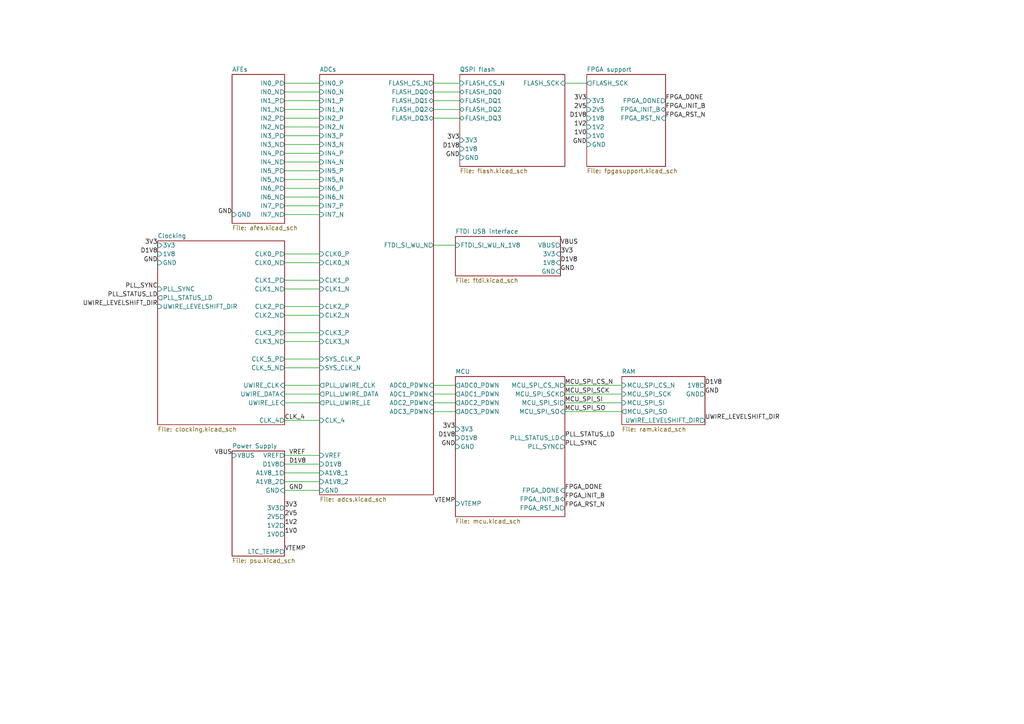
<source format=kicad_sch>
(kicad_sch (version 20211123) (generator eeschema)
  (paper "A4")
  (title_block (title "Digitizer board") (date "2023-01-29") (rev "0.1") (company "A. Zonenberg"))
  (lib_symbols)
  (wire (pts (xy 82.55 57.15) (xy 92.71 57.15)))
  (wire (pts (xy 163.83 114.3) (xy 180.34 114.3)))
  (wire (pts (xy 82.55 24.13) (xy 92.71 24.13)))
  (wire (pts (xy 125.73 31.75) (xy 133.35 31.75)))
  (wire (pts (xy 82.55 59.69) (xy 92.71 59.69)))
  (wire (pts (xy 125.73 24.13) (xy 133.35 24.13)))
  (wire (pts (xy 82.55 54.61) (xy 92.71 54.61)))
  (wire (pts (xy 82.55 96.52) (xy 92.71 96.52)))
  (wire (pts (xy 82.55 41.91) (xy 92.71 41.91)))
  (wire (pts (xy 82.55 139.7) (xy 92.71 139.7)))
  (wire (pts (xy 82.55 46.99) (xy 92.71 46.99)))
  (wire (pts (xy 125.73 26.67) (xy 133.35 26.67)))
  (wire (pts (xy 163.83 24.13) (xy 170.18 24.13)))
  (wire (pts (xy 82.55 114.3) (xy 92.71 114.3)))
  (wire (pts (xy 82.55 137.16) (xy 92.71 137.16)))
  (wire (pts (xy 82.55 29.21) (xy 92.71 29.21)))
  (wire (pts (xy 82.55 76.2) (xy 92.71 76.2)))
  (wire (pts (xy 82.55 31.75) (xy 92.71 31.75)))
  (wire (pts (xy 82.55 49.53) (xy 92.71 49.53)))
  (wire (pts (xy 82.55 111.76) (xy 92.71 111.76)))
  (wire (pts (xy 82.55 34.29) (xy 92.71 34.29)))
  (wire (pts (xy 82.55 52.07) (xy 92.71 52.07)))
  (wire (pts (xy 82.55 73.66) (xy 92.71 73.66)))
  (wire (pts (xy 82.55 106.68) (xy 92.71 106.68)))
  (wire (pts (xy 82.55 44.45) (xy 92.71 44.45)))
  (wire (pts (xy 125.73 29.21) (xy 133.35 29.21)))
  (wire (pts (xy 125.73 111.76) (xy 132.08 111.76)))
  (wire (pts (xy 82.55 142.24) (xy 92.71 142.24)))
  (wire (pts (xy 125.73 119.38) (xy 132.08 119.38)))
  (wire (pts (xy 82.55 99.06) (xy 92.71 99.06)))
  (wire (pts (xy 82.55 83.82) (xy 92.71 83.82)))
  (wire (pts (xy 82.55 134.62) (xy 92.71 134.62)))
  (wire (pts (xy 163.83 116.84) (xy 180.34 116.84)))
  (wire (pts (xy 82.55 62.23) (xy 92.71 62.23)))
  (wire (pts (xy 125.73 114.3) (xy 132.08 114.3)))
  (wire (pts (xy 82.55 116.84) (xy 92.71 116.84)))
  (wire (pts (xy 82.55 81.28) (xy 92.71 81.28)))
  (wire (pts (xy 82.55 88.9) (xy 92.71 88.9)))
  (wire (pts (xy 82.55 121.92) (xy 92.71 121.92)))
  (wire (pts (xy 125.73 116.84) (xy 132.08 116.84)))
  (wire (pts (xy 125.73 71.12) (xy 132.08 71.12)))
  (wire (pts (xy 82.55 104.14) (xy 92.71 104.14)))
  (wire (pts (xy 82.55 91.44) (xy 92.71 91.44)))
  (wire (pts (xy 82.55 36.83) (xy 92.71 36.83)))
  (wire (pts (xy 125.73 34.29) (xy 133.35 34.29)))
  (wire (pts (xy 163.83 119.38) (xy 180.34 119.38)))
  (wire (pts (xy 163.83 111.76) (xy 180.34 111.76)))
  (wire (pts (xy 82.55 132.08) (xy 92.71 132.08)))
  (wire (pts (xy 82.55 39.37) (xy 92.71 39.37)))
  (wire (pts (xy 82.55 26.67) (xy 92.71 26.67)))
  (label "1V0" (at 170.18 39.37 180))
  (label "3V3" (at 82.55 147.32 0))
  (label "MCU_SPI_SCK" (at 163.83 114.3 0))
  (label "D1V8" (at 204.47 111.76 0))
  (label "VREF" (at 83.82 132.08 0))
  (label "1V2" (at 170.18 36.83 180))
  (label "FPGA_RST_N" (at 163.83 147.32 0))
  (label "MCU_SPI_CS_N" (at 163.83 111.76 0))
  (label "FPGA_INIT_B" (at 163.83 144.78 0))
  (label "D1V8" (at 45.72 73.66 180))
  (label "PLL_SYNC" (at 45.72 83.82 180))
  (label "PLL_STATUS_LD" (at 45.72 86.36 180))
  (label "1V0" (at 82.55 154.94 0))
  (label "D1V8" (at 83.82 134.62 0))
  (label "FPGA_RST_N" (at 193.04 34.29 0))
  (label "UWIRE_LEVELSHIFT_DIR" (at 45.72 88.9 180))
  (label "2V5" (at 170.18 31.75 180))
  (label "3V3" (at 170.18 29.21 180))
  (label "PLL_SYNC" (at 163.83 129.54 0))
  (label "VTEMP" (at 82.55 160.02 0))
  (label "MCU_SPI_SI" (at 163.83 116.84 0))
  (label "FPGA_DONE" (at 193.04 29.21 0))
  (label "MCU_SPI_SO" (at 163.83 119.38 0))
  (label "D1V8" (at 162.56 76.2 0))
  (label "GND" (at 204.47 114.3 0))
  (label "VBUS" (at 162.56 71.12 0))
  (label "VBUS" (at 67.31 132.08 180))
  (label "GND" (at 133.35 45.72 180))
  (label "GND" (at 162.56 78.74 0))
  (label "FPGA_INIT_B" (at 193.04 31.75 0))
  (label "3V3" (at 45.72 71.12 180))
  (label "D1V8" (at 132.08 127 180))
  (label "GND" (at 67.31 62.23 180))
  (label "GND" (at 132.08 129.54 180))
  (label "CLK_4" (at 82.55 121.92 0))
  (label "D1V8" (at 133.35 43.18 180))
  (label "GND" (at 45.72 76.2 180))
  (label "GND" (at 83.82 142.24 0))
  (label "UWIRE_LEVELSHIFT_DIR" (at 204.47 121.92 0))
  (label "3V3" (at 133.35 40.64 180))
  (label "VTEMP" (at 132.08 146.05 180))
  (label "PLL_STATUS_LD" (at 163.83 127 0))
  (label "3V3" (at 162.56 73.66 0))
  (label "GND" (at 170.18 41.91 180))
  (label "D1V8" (at 170.18 34.29 180))
  (label "1V2" (at 82.55 152.4 0))
  (label "FPGA_DONE" (at 163.83 142.24 0))
  (label "3V3" (at 132.08 124.46 180))
  (label "2V5" (at 82.55 149.86 0))
  (sheet (at 67.31 130.81) (size 15.24 30.48) (stroke (width 0.1524))
    (property "Sheet name" "Power Supply" (at 67.31 130.0984 0) (effects (justify left bottom)))
    (property "Sheet file" "psu.kicad_sch" (at 67.31 161.8746 0) (effects (justify left top)))
    (pin "VREF" output (at 82.55 132.08 0))
    (pin "3V3" output (at 82.55 147.32 0))
    (pin "D1V8" output (at 82.55 134.62 0))
    (pin "1V0" output (at 82.55 154.94 0))
    (pin "2V5" output (at 82.55 149.86 0))
    (pin "VBUS" input (at 67.31 132.08 180))
    (pin "A1V8_1" output (at 82.55 137.16 0))
    (pin "A1V8_2" output (at 82.55 139.7 0))
    (pin "LTC_TEMP" output (at 82.55 160.02 0))
    (pin "1V2" output (at 82.55 152.4 0))
    (pin "GND" input (at 82.55 142.24 0))
  )
  (sheet (at 170.18 21.59) (size 22.86 26.67) (stroke (width 0.1524))
    (property "Sheet name" "FPGA support" (at 170.18 20.8784 0) (effects (justify left bottom)))
    (property "Sheet file" "fpgasupport.kicad_sch" (at 170.18 48.8446 0) (effects (justify left top)))
    (pin "FLASH_SCK" output (at 170.18 24.13 180))
    (pin "GND" input (at 170.18 41.91 180))
    (pin "1V8" input (at 170.18 34.29 180))
    (pin "1V0" input (at 170.18 39.37 180))
    (pin "1V2" input (at 170.18 36.83 180))
    (pin "2V5" input (at 170.18 31.75 180))
    (pin "3V3" input (at 170.18 29.21 180))
    (pin "FPGA_DONE" output (at 193.04 29.21 0))
    (pin "FPGA_INIT_B" bidirectional (at 193.04 31.75 0))
    (pin "FPGA_RST_N" input (at 193.04 34.29 0))
  )
  (sheet (at 132.08 109.22) (size 31.75 40.64) (stroke (width 0.1524))
    (property "Sheet name" "MCU" (at 132.08 108.5084 0) (effects (justify left bottom)))
    (property "Sheet file" "mcu.kicad_sch" (at 132.08 150.4446 0) (effects (justify left top)))
    (pin "MCU_SPI_CS_N" output (at 163.83 111.76 0))
    (pin "MCU_SPI_SCK" output (at 163.83 114.3 0))
    (pin "MCU_SPI_SI" output (at 163.83 116.84 0))
    (pin "MCU_SPI_SO" input (at 163.83 119.38 0))
    (pin "D1V8" input (at 132.08 127 180))
    (pin "GND" input (at 132.08 129.54 180))
    (pin "ADC2_PDWN" output (at 132.08 116.84 180))
    (pin "ADC3_PDWN" output (at 132.08 119.38 180))
    (pin "ADC1_PDWN" output (at 132.08 114.3 180))
    (pin "ADC0_PDWN" output (at 132.08 111.76 180))
    (pin "PLL_STATUS_LD" input (at 163.83 127 0))
    (pin "PLL_SYNC" output (at 163.83 129.54 0))
    (pin "FPGA_INIT_B" bidirectional (at 163.83 144.78 0))
    (pin "FPGA_RST_N" output (at 163.83 147.32 0))
    (pin "FPGA_DONE" input (at 163.83 142.24 0))
    (pin "3V3" input (at 132.08 124.46 180))
    (pin "VTEMP" input (at 132.08 146.05 180))
  )
  (sheet (at 92.71 21.59) (size 33.02 121.92) (stroke (width 0.1524))
    (property "Sheet name" "ADCs" (at 92.71 20.8784 0) (effects (justify left bottom)))
    (property "Sheet file" "adcs.kicad_sch" (at 92.71 144.0946 0) (effects (justify left top)))
    (pin "IN0_P" input (at 92.71 24.13 180))
    (pin "IN0_N" input (at 92.71 26.67 180))
    (pin "IN1_P" input (at 92.71 29.21 180))
    (pin "IN1_N" input (at 92.71 31.75 180))
    (pin "IN2_P" input (at 92.71 34.29 180))
    (pin "IN2_N" input (at 92.71 36.83 180))
    (pin "IN3_P" input (at 92.71 39.37 180))
    (pin "IN3_N" input (at 92.71 41.91 180))
    (pin "IN4_P" input (at 92.71 44.45 180))
    (pin "IN4_N" input (at 92.71 46.99 180))
    (pin "IN5_P" input (at 92.71 49.53 180))
    (pin "IN5_N" input (at 92.71 52.07 180))
    (pin "IN6_P" input (at 92.71 54.61 180))
    (pin "IN6_N" input (at 92.71 57.15 180))
    (pin "IN7_P" input (at 92.71 59.69 180))
    (pin "IN7_N" input (at 92.71 62.23 180))
    (pin "CLK2_N" input (at 92.71 91.44 180))
    (pin "CLK2_P" input (at 92.71 88.9 180))
    (pin "VREF" input (at 92.71 132.08 180))
    (pin "CLK1_P" input (at 92.71 81.28 180))
    (pin "CLK1_N" input (at 92.71 83.82 180))
    (pin "D1V8" input (at 92.71 134.62 180))
    (pin "CLK0_P" input (at 92.71 73.66 180))
    (pin "CLK0_N" input (at 92.71 76.2 180))
    (pin "GND" input (at 92.71 142.24 180))
    (pin "CLK3_N" input (at 92.71 99.06 180))
    (pin "CLK3_P" input (at 92.71 96.52 180))
    (pin "FLASH_CS_N" output (at 125.73 24.13 0))
    (pin "FLASH_DQ0" bidirectional (at 125.73 26.67 0))
    (pin "FLASH_DQ1" bidirectional (at 125.73 29.21 0))
    (pin "FLASH_DQ2" bidirectional (at 125.73 31.75 0))
    (pin "FLASH_DQ3" bidirectional (at 125.73 34.29 0))
    (pin "ADC3_PDWN" input (at 125.73 119.38 0))
    (pin "ADC2_PDWN" input (at 125.73 116.84 0))
    (pin "ADC0_PDWN" input (at 125.73 111.76 0))
    (pin "ADC1_PDWN" input (at 125.73 114.3 0))
    (pin "SYS_CLK_P" input (at 92.71 104.14 180))
    (pin "SYS_CLK_N" input (at 92.71 106.68 180))
    (pin "PLL_UWIRE_CLK" output (at 92.71 111.76 180))
    (pin "PLL_UWIRE_DATA" output (at 92.71 114.3 180))
    (pin "PLL_UWIRE_LE" output (at 92.71 116.84 180))
    (pin "FTDI_SI_WU_N" output (at 125.73 71.12 0))
    (pin "CLK_4" input (at 92.71 121.92 180))
    (pin "A1V8_2" input (at 92.71 139.7 180))
    (pin "A1V8_1" input (at 92.71 137.16 180))
  )
  (sheet (at 45.72 69.85) (size 36.83 53.34) (stroke (width 0.1524))
    (property "Sheet name" "Clocking" (at 45.72 69.1384 0) (effects (justify left bottom)))
    (property "Sheet file" "clocking.kicad_sch" (at 45.72 123.7746 0) (effects (justify left top)))
    (pin "CLK0_P" output (at 82.55 73.66 0))
    (pin "CLK0_N" output (at 82.55 76.2 0))
    (pin "CLK1_P" output (at 82.55 81.28 0))
    (pin "CLK1_N" output (at 82.55 83.82 0))
    (pin "CLK2_P" output (at 82.55 88.9 0))
    (pin "CLK2_N" output (at 82.55 91.44 0))
    (pin "CLK3_P" output (at 82.55 96.52 0))
    (pin "CLK3_N" output (at 82.55 99.06 0))
    (pin "GND" input (at 45.72 76.2 180))
    (pin "CLK_4" output (at 82.55 121.92 0))
    (pin "CLK_5_P" output (at 82.55 104.14 0))
    (pin "CLK_5_N" output (at 82.55 106.68 0))
    (pin "UWIRE_LE" input (at 82.55 116.84 0))
    (pin "UWIRE_CLK" input (at 82.55 111.76 0))
    (pin "UWIRE_DATA" input (at 82.55 114.3 0))
    (pin "PLL_STATUS_LD" output (at 45.72 86.36 180))
    (pin "PLL_SYNC" input (at 45.72 83.82 180))
    (pin "3V3" input (at 45.72 71.12 180))
    (pin "UWIRE_LEVELSHIFT_DIR" input (at 45.72 88.9 180))
    (pin "1V8" input (at 45.72 73.66 180))
  )
  (sheet (at 132.08 68.58) (size 30.48 11.43) (stroke (width 0.1524))
    (property "Sheet name" "FTDI USB interface" (at 132.08 67.8684 0) (effects (justify left bottom)))
    (property "Sheet file" "ftdi.kicad_sch" (at 132.08 80.5946 0) (effects (justify left top)))
    (pin "GND" input (at 162.56 78.74 0))
    (pin "3V3" input (at 162.56 73.66 0))
    (pin "1V8" input (at 162.56 76.2 0))
    (pin "VBUS" output (at 162.56 71.12 0))
    (pin "FTDI_SI_WU_N_1V8" input (at 132.08 71.12 180))
  )
  (sheet (at 180.34 109.22) (size 24.13 13.97) (stroke (width 0.1524))
    (property "Sheet name" "RAM" (at 180.34 108.5084 0) (effects (justify left bottom)))
    (property "Sheet file" "ram.kicad_sch" (at 180.34 123.7746 0) (effects (justify left top)))
    (pin "GND" output (at 204.47 114.3 0))
    (pin "1V8" output (at 204.47 111.76 0))
    (pin "MCU_SPI_CS_N" input (at 180.34 111.76 180))
    (pin "MCU_SPI_SCK" input (at 180.34 114.3 180))
    (pin "MCU_SPI_SI" input (at 180.34 116.84 180))
    (pin "MCU_SPI_SO" output (at 180.34 119.38 180))
    (pin "UWIRE_LEVELSHIFT_DIR" output (at 204.47 121.92 0))
  )
  (sheet (at 133.35 21.59) (size 30.48 26.67) (stroke (width 0.1524))
    (property "Sheet name" "QSPI flash" (at 133.35 20.8784 0) (effects (justify left bottom)))
    (property "Sheet file" "flash.kicad_sch" (at 133.35 48.8446 0) (effects (justify left top)))
    (pin "3V3" input (at 133.35 40.64 180))
    (pin "1V8" input (at 133.35 43.18 180))
    (pin "GND" input (at 133.35 45.72 180))
    (pin "FLASH_CS_N" input (at 133.35 24.13 180))
    (pin "FLASH_SCK" input (at 163.83 24.13 0))
    (pin "FLASH_DQ0" bidirectional (at 133.35 26.67 180))
    (pin "FLASH_DQ1" bidirectional (at 133.35 29.21 180))
    (pin "FLASH_DQ2" bidirectional (at 133.35 31.75 180))
    (pin "FLASH_DQ3" bidirectional (at 133.35 34.29 180))
  )
  (sheet (at 67.31 21.59) (size 15.24 43.18) (stroke (width 0.1524))
    (property "Sheet name" "AFEs" (at 67.31 20.8784 0) (effects (justify left bottom)))
    (property "Sheet file" "afes.kicad_sch" (at 67.31 65.3546 0) (effects (justify left top)))
    (pin "IN0_N" output (at 82.55 26.67 0))
    (pin "IN0_P" output (at 82.55 24.13 0))
    (pin "IN1_P" output (at 82.55 29.21 0))
    (pin "IN1_N" output (at 82.55 31.75 0))
    (pin "IN2_P" output (at 82.55 34.29 0))
    (pin "IN2_N" output (at 82.55 36.83 0))
    (pin "IN3_P" output (at 82.55 39.37 0))
    (pin "IN3_N" output (at 82.55 41.91 0))
    (pin "IN4_P" output (at 82.55 44.45 0))
    (pin "IN4_N" output (at 82.55 46.99 0))
    (pin "IN5_P" output (at 82.55 49.53 0))
    (pin "IN5_N" output (at 82.55 52.07 0))
    (pin "IN6_P" output (at 82.55 54.61 0))
    (pin "IN6_N" output (at 82.55 57.15 0))
    (pin "IN7_P" output (at 82.55 59.69 0))
    (pin "IN7_N" output (at 82.55 62.23 0))
    (pin "GND" input (at 67.31 62.23 180))
  )
)
</source>
